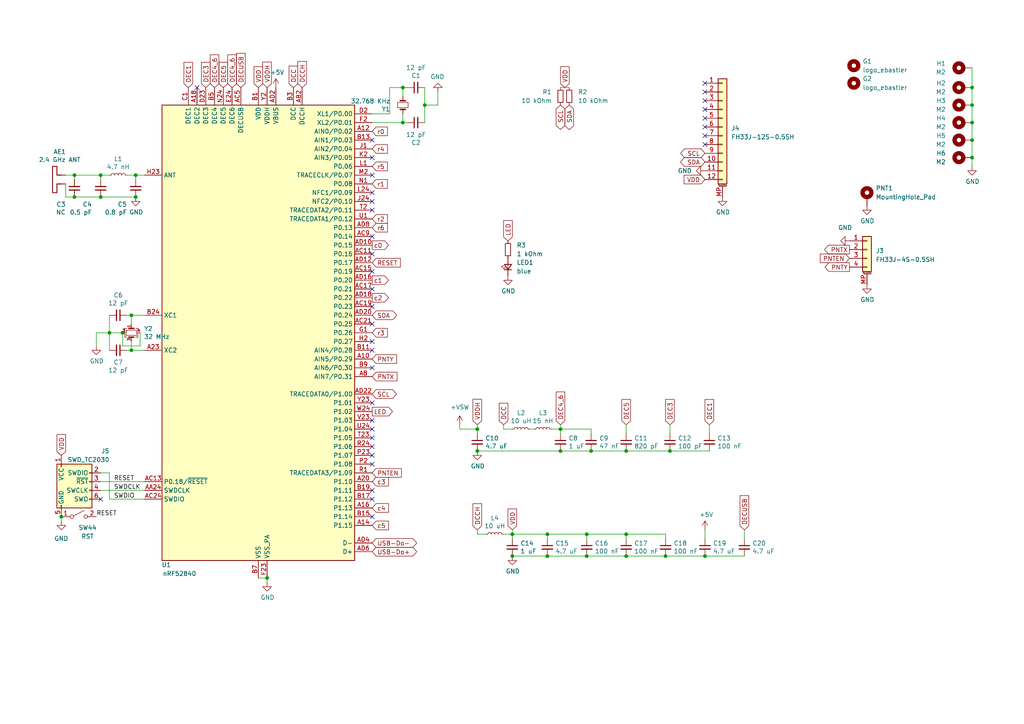
<source format=kicad_sch>
(kicad_sch (version 20211123) (generator eeschema)
  (paper "A4")
  (lib_symbols
    (symbol "Connector_Generic_MountingPin:Conn_01x04_MountingPin" (pin_names (offset 1.016) hide)
      (property "Reference" "J" (at 0 5.08 0))
      (property "Value" "Conn_01x04_MountingPin" (at 1.27 -7.62 0))
      (symbol "Conn_01x04_MountingPin_1_1"
        (rectangle (start -1.27 -4.953) (end 0 -5.207) (stroke (width 0.1524)))
        (rectangle (start -1.27 -2.413) (end 0 -2.667) (stroke (width 0.1524)))
        (rectangle (start -1.27 0.127) (end 0 -0.127) (stroke (width 0.1524)))
        (rectangle (start -1.27 2.667) (end 0 2.413) (stroke (width 0.1524)))
        (rectangle (start -1.27 3.81) (end 1.27 -6.35) (stroke (width 0.254)) (fill (type background)))
        (polyline (pts (xy -1.016 -7.112) (xy 1.016 -7.112)) (stroke (width 0.1524)))
        (text "Mounting" (at 0 -6.731 0) (effects (font (size 0.381 0.381))))
        (pin passive line (at -5.08 2.54 0) (length 3.81) (name "Pin_1") (number "1"))
        (pin passive line (at -5.08 0 0) (length 3.81) (name "Pin_2") (number "2"))
        (pin passive line (at -5.08 -2.54 0) (length 3.81) (name "Pin_3") (number "3"))
        (pin passive line (at -5.08 -5.08 0) (length 3.81) (name "Pin_4") (number "4"))
        (pin passive line (at 0 -10.16 90) (length 3.048) (name "MountPin") (number "MP"))
      )
    )
    (symbol "Connector_Generic_MountingPin:Conn_01x12_MountingPin" (pin_names (offset 1.016) hide)
      (property "Reference" "J" (at 0 15.24 0))
      (property "Value" "Conn_01x12_MountingPin" (at 1.27 -17.78 0))
      (symbol "Conn_01x12_MountingPin_1_1"
        (rectangle (start -1.27 -15.113) (end 0 -15.367) (stroke (width 0.1524)))
        (rectangle (start -1.27 -12.573) (end 0 -12.827) (stroke (width 0.1524)))
        (rectangle (start -1.27 -10.033) (end 0 -10.287) (stroke (width 0.1524)))
        (rectangle (start -1.27 -7.493) (end 0 -7.747) (stroke (width 0.1524)))
        (rectangle (start -1.27 -4.953) (end 0 -5.207) (stroke (width 0.1524)))
        (rectangle (start -1.27 -2.413) (end 0 -2.667) (stroke (width 0.1524)))
        (rectangle (start -1.27 0.127) (end 0 -0.127) (stroke (width 0.1524)))
        (rectangle (start -1.27 2.667) (end 0 2.413) (stroke (width 0.1524)))
        (rectangle (start -1.27 5.207) (end 0 4.953) (stroke (width 0.1524)))
        (rectangle (start -1.27 7.747) (end 0 7.493) (stroke (width 0.1524)))
        (rectangle (start -1.27 10.287) (end 0 10.033) (stroke (width 0.1524)))
        (rectangle (start -1.27 12.827) (end 0 12.573) (stroke (width 0.1524)))
        (rectangle (start -1.27 13.97) (end 1.27 -16.51) (stroke (width 0.254)) (fill (type background)))
        (polyline (pts (xy -1.016 -17.272) (xy 1.016 -17.272)) (stroke (width 0.1524)))
        (text "Mounting" (at 0 -16.891 0) (effects (font (size 0.381 0.381))))
        (pin passive line (at -5.08 12.7 0) (length 3.81) (name "Pin_1") (number "1"))
        (pin passive line (at -5.08 -10.16 0) (length 3.81) (name "Pin_10") (number "10"))
        (pin passive line (at -5.08 -12.7 0) (length 3.81) (name "Pin_11") (number "11"))
        (pin passive line (at -5.08 -15.24 0) (length 3.81) (name "Pin_12") (number "12"))
        (pin passive line (at -5.08 10.16 0) (length 3.81) (name "Pin_2") (number "2"))
        (pin passive line (at -5.08 7.62 0) (length 3.81) (name "Pin_3") (number "3"))
        (pin passive line (at -5.08 5.08 0) (length 3.81) (name "Pin_4") (number "4"))
        (pin passive line (at -5.08 2.54 0) (length 3.81) (name "Pin_5") (number "5"))
        (pin passive line (at -5.08 0 0) (length 3.81) (name "Pin_6") (number "6"))
        (pin passive line (at -5.08 -2.54 0) (length 3.81) (name "Pin_7") (number "7"))
        (pin passive line (at -5.08 -5.08 0) (length 3.81) (name "Pin_8") (number "8"))
        (pin passive line (at -5.08 -7.62 0) (length 3.81) (name "Pin_9") (number "9"))
        (pin passive line (at 0 -20.32 90) (length 3.048) (name "MountPin") (number "MP"))
      )
    )
    (symbol "Device:Antenna_Dipole" (pin_numbers hide) (pin_names (offset 1.016) hide)
      (property "Reference" "AE" (at 1.27 1.27 0))
      (property "Value" "Antenna_Dipole" (at 1.27 0 0))
      (symbol "Antenna_Dipole_0_1"
        (polyline (pts (xy 2.54 -3.81) (xy 2.54 -2.54) (xy 5.08 -2.54) (xy 5.08 -1.27) (xy -2.54 -1.27) (xy -2.54 -2.54) (xy 0 -2.54) (xy 0 -3.81)) (stroke (width 0.254)))
      )
      (symbol "Antenna_Dipole_1_1"
        (pin input line (at 0 -5.08 90) (length 2.54) (name "~") (number "1"))
        (pin input line (at 2.54 -5.08 90) (length 2.54) (name "~") (number "2"))
      )
    )
    (symbol "Device:C_Small" (pin_numbers hide) (pin_names (offset 0.254) hide)
      (property "Reference" "C" (at 0.254 1.778 0))
      (property "Value" "C_Small" (at 0.254 -2.032 0))
      (symbol "C_Small_0_1"
        (polyline (pts (xy -1.524 -0.508) (xy 1.524 -0.508)) (stroke (width 0.3302)))
        (polyline (pts (xy -1.524 0.508) (xy 1.524 0.508)) (stroke (width 0.3048)))
      )
      (symbol "C_Small_1_1"
        (pin passive line (at 0 2.54 270) (length 2.032) (name "~") (number "1"))
        (pin passive line (at 0 -2.54 90) (length 2.032) (name "~") (number "2"))
      )
    )
    (symbol "Device:Crystal_GND24_Small" (pin_names (offset 1.016) hide)
      (property "Reference" "Y" (at 1.27 4.445 0))
      (property "Value" "Crystal_GND24_Small" (at 1.27 2.54 0))
      (symbol "Crystal_GND24_Small_0_1"
        (rectangle (start -0.762 -1.524) (end 0.762 1.524))
        (polyline (pts (xy -1.27 -0.762) (xy -1.27 0.762)) (stroke (width 0.381)))
        (polyline (pts (xy 1.27 -0.762) (xy 1.27 0.762)) (stroke (width 0.381)))
        (polyline (pts (xy -1.27 -1.27) (xy -1.27 -1.905) (xy 1.27 -1.905) (xy 1.27 -1.27)))
        (polyline (pts (xy -1.27 1.27) (xy -1.27 1.905) (xy 1.27 1.905) (xy 1.27 1.27)))
      )
      (symbol "Crystal_GND24_Small_1_1"
        (pin passive line (at -2.54 0 0) (length 1.27) (name "1") (number "1"))
        (pin passive line (at 0 -2.54 90) (length 0.635) (name "2") (number "2"))
        (pin passive line (at 2.54 0 180) (length 1.27) (name "3") (number "3"))
        (pin passive line (at 0 2.54 270) (length 0.635) (name "4") (number "4"))
      )
    )
    (symbol "Device:Crystal_Small" (pin_numbers hide) (pin_names (offset 1.016) hide)
      (property "Reference" "Y" (at 0 2.54 0))
      (property "Value" "Crystal_Small" (at 0 -2.54 0))
      (symbol "Crystal_Small_0_1"
        (rectangle (start -0.762 -1.524) (end 0.762 1.524))
        (polyline (pts (xy -1.27 -0.762) (xy -1.27 0.762)) (stroke (width 0.381)))
        (polyline (pts (xy 1.27 -0.762) (xy 1.27 0.762)) (stroke (width 0.381)))
      )
      (symbol "Crystal_Small_1_1"
        (pin passive line (at -2.54 0 0) (length 1.27) (name "1") (number "1"))
        (pin passive line (at 2.54 0 180) (length 1.27) (name "2") (number "2"))
      )
    )
    (symbol "Device:LED_Small" (pin_numbers hide) (pin_names (offset 0.254) hide)
      (property "Reference" "D" (at -1.27 3.175 0))
      (property "Value" "LED_Small" (at -4.445 -2.54 0))
      (symbol "LED_Small_0_1"
        (polyline (pts (xy -0.762 -1.016) (xy -0.762 1.016)) (stroke (width 0.254)))
        (polyline (pts (xy 1.016 0) (xy -0.762 0)))
        (polyline (pts (xy 0.762 -1.016) (xy -0.762 0) (xy 0.762 1.016) (xy 0.762 -1.016)) (stroke (width 0.254)))
        (polyline (pts (xy 0 0.762) (xy -0.508 1.27) (xy -0.254 1.27) (xy -0.508 1.27) (xy -0.508 1.016)))
        (polyline (pts (xy 0.508 1.27) (xy 0 1.778) (xy 0.254 1.778) (xy 0 1.778) (xy 0 1.524)))
      )
      (symbol "LED_Small_1_1"
        (pin passive line (at -2.54 0 0) (length 1.778) (name "K") (number "1"))
        (pin passive line (at 2.54 0 180) (length 1.778) (name "A") (number "2"))
      )
    )
    (symbol "Device:L_Small" (pin_numbers hide) (pin_names (offset 0.254) hide)
      (property "Reference" "L" (at 0.762 1.016 0))
      (property "Value" "L_Small" (at 0.762 -1.016 0))
      (symbol "L_Small_0_1"
        (arc (start 0 -2.032) (mid 0.508 -1.524) (end 0 -1.016))
        (arc (start 0 -1.016) (mid 0.508 -0.508) (end 0 0))
        (arc (start 0 0) (mid 0.508 0.508) (end 0 1.016))
        (arc (start 0 1.016) (mid 0.508 1.524) (end 0 2.032))
      )
      (symbol "L_Small_1_1"
        (pin passive line (at 0 2.54 270) (length 0.508) (name "~") (number "1"))
        (pin passive line (at 0 -2.54 90) (length 0.508) (name "~") (number "2"))
      )
    )
    (symbol "Device:R_Small" (pin_numbers hide) (pin_names (offset 0.254) hide)
      (property "Reference" "R" (at 0.762 0.508 0))
      (property "Value" "R_Small" (at 0.762 -1.016 0))
      (symbol "R_Small_0_1"
        (rectangle (start -0.762 1.778) (end 0.762 -1.778) (stroke (width 0.2032)))
      )
      (symbol "R_Small_1_1"
        (pin passive line (at 0 2.54 270) (length 0.762) (name "~") (number "1"))
        (pin passive line (at 0 -2.54 90) (length 0.762) (name "~") (number "2"))
      )
    )
    (symbol "MCU_Nordic:nRF52840"
      (property "Reference" "U" (at 0 5.08 0))
      (property "Value" "nRF52840" (at 0 2.54 0))
      (symbol "nRF52840_0_1"
        (rectangle (start -27.94 66.04) (end 27.94 -66.04) (stroke (width 0.254)) (fill (type background)))
      )
      (symbol "nRF52840_1_1"
        (pin bidirectional line (at 33.02 -7.62 180) (length 5.08) (name "AIN5/P0.29") (number "A10"))
        (pin bidirectional line (at 33.02 58.42 180) (length 5.08) (name "AIN0/P0.02") (number "A12"))
        (pin bidirectional line (at 33.02 -55.88 180) (length 5.08) (name "P1.15") (number "A14"))
        (pin bidirectional line (at 33.02 -50.8 180) (length 5.08) (name "P1.13") (number "A16"))
        (pin passive line (at -17.78 71.12 270) (length 5.08) (name "DEC2") (number "A18"))
        (pin bidirectional line (at 33.02 -43.18 180) (length 5.08) (name "P1.10") (number "A20"))
        (pin passive line (at 0 71.12 270) (length 5.08) hide (name "VDD") (number "A22"))
        (pin input line (at -33.02 -5.08 0) (length 5.08) (name "XC2") (number "A23"))
        (pin bidirectional line (at 33.02 -12.7 180) (length 5.08) (name "AIN7/P0.31") (number "A8"))
        (pin input line (at -33.02 -45.72 0) (length 5.08) (name "SWDCLK") (number "AA24"))
        (pin power_out line (at 12.7 71.12 270) (length 5.08) (name "DCCH") (number "AB2"))
        (pin bidirectional line (at 33.02 22.86 180) (length 5.08) (name "P0.16") (number "AC11"))
        (pin bidirectional line (at -33.02 -43.18 0) (length 5.08) (name "P0.18/~{RESET}") (number "AC13"))
        (pin bidirectional line (at 33.02 17.78 180) (length 5.08) (name "P0.19") (number "AC15"))
        (pin bidirectional line (at 33.02 12.7 180) (length 5.08) (name "P0.21") (number "AC17"))
        (pin bidirectional line (at 33.02 7.62 180) (length 5.08) (name "P0.23") (number "AC19"))
        (pin bidirectional line (at 33.02 2.54 180) (length 5.08) (name "P0.25") (number "AC21"))
        (pin bidirectional line (at -33.02 -48.26 0) (length 5.08) (name "SWDIO") (number "AC24"))
        (pin passive line (at -5.08 71.12 270) (length 5.08) (name "DECUSB") (number "AC5"))
        (pin bidirectional line (at 33.02 27.94 180) (length 5.08) (name "P0.14") (number "AC9"))
        (pin bidirectional line (at 33.02 25.4 180) (length 5.08) (name "P0.15") (number "AD10"))
        (pin bidirectional line (at 33.02 20.32 180) (length 5.08) (name "P0.17") (number "AD12"))
        (pin passive line (at 0 71.12 270) (length 5.08) hide (name "VDD") (number "AD14"))
        (pin bidirectional line (at 33.02 15.24 180) (length 5.08) (name "P0.20") (number "AD16"))
        (pin bidirectional line (at 33.02 10.16 180) (length 5.08) (name "P0.22") (number "AD18"))
        (pin power_in line (at 5.08 71.12 270) (length 5.08) (name "VBUS") (number "AD2"))
        (pin bidirectional line (at 33.02 5.08 180) (length 5.08) (name "P0.24") (number "AD20"))
        (pin bidirectional line (at 33.02 -17.78 180) (length 5.08) (name "TRACEDATA0/P1.00") (number "AD22"))
        (pin passive line (at 0 71.12 270) (length 5.08) hide (name "VDD") (number "AD23"))
        (pin bidirectional line (at 33.02 -60.96 180) (length 5.08) (name "D-") (number "AD4"))
        (pin bidirectional line (at 33.02 -63.5 180) (length 5.08) (name "D+") (number "AD6"))
        (pin bidirectional line (at 33.02 30.48 180) (length 5.08) (name "P0.13") (number "AD8"))
        (pin power_in line (at 0 71.12 270) (length 5.08) (name "VDD") (number "B1"))
        (pin bidirectional line (at 33.02 -5.08 180) (length 5.08) (name "AIN4/P0.28") (number "B11"))
        (pin bidirectional line (at 33.02 55.88 180) (length 5.08) (name "AIN1/P0.03") (number "B13"))
        (pin bidirectional line (at 33.02 -53.34 180) (length 5.08) (name "P1.14") (number "B15"))
        (pin bidirectional line (at 33.02 -48.26 180) (length 5.08) (name "P1.12") (number "B17"))
        (pin bidirectional line (at 33.02 -45.72 180) (length 5.08) (name "P1.11") (number "B19"))
        (pin input line (at -33.02 5.08 0) (length 5.08) (name "XC1") (number "B24"))
        (pin power_out line (at 10.16 71.12 270) (length 5.08) (name "DCC") (number "B3"))
        (pin passive line (at -12.7 71.12 270) (length 5.08) (name "DEC4") (number "B5"))
        (pin power_in line (at 0 -71.12 90) (length 5.08) (name "VSS") (number "B7"))
        (pin bidirectional line (at 33.02 -10.16 180) (length 5.08) (name "AIN6/P0.30") (number "B9"))
        (pin passive line (at -20.32 71.12 270) (length 5.08) (name "DEC1") (number "C1"))
        (pin bidirectional line (at 33.02 63.5 180) (length 5.08) (name "XL1/P0.00") (number "D2"))
        (pin passive line (at -15.24 71.12 270) (length 5.08) (name "DEC3") (number "D23"))
        (pin passive line (at -7.62 71.12 270) (length 5.08) (name "DEC6") (number "E24"))
        (pin passive line (at 0 -71.12 90) (length 5.08) hide (name "VSS") (number "EP"))
        (pin bidirectional line (at 33.02 60.96 180) (length 5.08) (name "XL2/P0.01") (number "F2"))
        (pin power_in line (at 2.54 -71.12 90) (length 5.08) (name "VSS_PA") (number "F23"))
        (pin bidirectional line (at 33.02 0 180) (length 5.08) (name "P0.26") (number "G1"))
        (pin bidirectional line (at 33.02 -2.54 180) (length 5.08) (name "P0.27") (number "H2"))
        (pin passive line (at -33.02 45.72 0) (length 5.08) (name "ANT") (number "H23"))
        (pin bidirectional line (at 33.02 53.34 180) (length 5.08) (name "AIN2/P0.04") (number "J1"))
        (pin bidirectional line (at 33.02 38.1 180) (length 5.08) (name "NFC2/P0.10") (number "J24"))
        (pin bidirectional line (at 33.02 50.8 180) (length 5.08) (name "AIN3/P0.05") (number "K2"))
        (pin bidirectional line (at 33.02 48.26 180) (length 5.08) (name "P0.06") (number "L1"))
        (pin bidirectional line (at 33.02 40.64 180) (length 5.08) (name "NFC1/P0.09") (number "L24"))
        (pin bidirectional line (at 33.02 45.72 180) (length 5.08) (name "TRACECLK/P0.07") (number "M2"))
        (pin bidirectional line (at 33.02 43.18 180) (length 5.08) (name "P0.08") (number "N1"))
        (pin passive line (at -10.16 71.12 270) (length 5.08) (name "DEC5") (number "N24"))
        (pin bidirectional line (at 33.02 -38.1 180) (length 5.08) (name "P1.08") (number "P2"))
        (pin bidirectional line (at 33.02 -35.56 180) (length 5.08) (name "P1.07") (number "P23"))
        (pin bidirectional line (at 33.02 -40.64 180) (length 5.08) (name "TRACEDATA3/P1.09") (number "R1"))
        (pin bidirectional line (at 33.02 -33.02 180) (length 5.08) (name "P1.06") (number "R24"))
        (pin bidirectional line (at 33.02 35.56 180) (length 5.08) (name "TRACEDATA2/P0.11") (number "T2"))
        (pin bidirectional line (at 33.02 -30.48 180) (length 5.08) (name "P1.05") (number "T23"))
        (pin bidirectional line (at 33.02 33.02 180) (length 5.08) (name "TRACEDATA1/P0.12") (number "U1"))
        (pin bidirectional line (at 33.02 -27.94 180) (length 5.08) (name "P1.04") (number "U24"))
        (pin bidirectional line (at 33.02 -25.4 180) (length 5.08) (name "P1.03") (number "V23"))
        (pin passive line (at 0 71.12 270) (length 5.08) hide (name "VDD") (number "W1"))
        (pin bidirectional line (at 33.02 -22.86 180) (length 5.08) (name "P1.02") (number "W24"))
        (pin power_in line (at 2.54 71.12 270) (length 5.08) (name "VDDH") (number "Y2"))
        (pin bidirectional line (at 33.02 -20.32 180) (length 5.08) (name "P1.01") (number "Y23"))
      )
    )
    (symbol "Mechanical:MountingHole" (pin_names (offset 1.016))
      (property "Reference" "H" (at 0 5.08 0))
      (property "Value" "MountingHole" (at 0 3.175 0))
      (symbol "MountingHole_0_1"
        (circle (center 0 0) (radius 1.27) (stroke (width 1.27)))
      )
    )
    (symbol "Mechanical:MountingHole_Pad" (pin_numbers hide) (pin_names (offset 1.016) hide)
      (property "Reference" "H" (at 0 6.35 0))
      (property "Value" "MountingHole_Pad" (at 0 4.445 0))
      (symbol "MountingHole_Pad_0_1"
        (circle (center 0 1.27) (radius 1.27) (stroke (width 1.27)))
      )
      (symbol "MountingHole_Pad_1_1"
        (pin input line (at 0 -2.54 90) (length 2.54) (name "1") (number "1"))
      )
    )
    (symbol "MountingHole_Pad_1" (pin_numbers hide) (pin_names (offset 1.016) hide)
      (property "Reference" "PNT1" (at 2.54 2.5401 0))
      (property "Value" "MountingHole_Pad_1" (at 2.54 0.0001 0))
      (symbol "MountingHole_Pad_1_0_1"
        (circle (center 0 1.27) (radius 1.27) (stroke (width 1.27)))
      )
      (symbol "MountingHole_Pad_1_1_1"
        (pin input line (at 0 -2.54 90) (length 2.54) (name "MP") (number "MP"))
      )
    )
    (symbol "Switch:SW_SPST" (pin_names (offset 0) hide)
      (property "Reference" "SW" (at 0 3.175 0))
      (property "Value" "SW_SPST" (at 0 -2.54 0))
      (symbol "SW_SPST_0_0"
        (circle (center -2.032 0) (radius 0.508))
        (polyline (pts (xy -1.524 0.254) (xy 1.524 1.778)))
        (circle (center 2.032 0) (radius 0.508))
      )
      (symbol "SW_SPST_1_1"
        (pin passive line (at -5.08 0 0) (length 2.54) (name "A") (number "1"))
        (pin passive line (at 5.08 0 180) (length 2.54) (name "B") (number "2"))
      )
    )
    (symbol "marbastlib-various:JTAG_TC2030" (pin_names (offset 1.016))
      (property "Reference" "J" (at -3.81 -6.35 0))
      (property "Value" "JTAG_TC2030" (at -10.16 8.89 0))
      (symbol "JTAG_TC2030_0_1"
        (rectangle (start -3.81 7.62) (end 6.35 -5.08) (stroke (width 0.254)) (fill (type background)))
        (rectangle (start -3.048 -2.667) (end -3.81 -2.413))
        (rectangle (start -3.048 -0.127) (end -3.81 0.127))
        (rectangle (start -3.048 2.413) (end -3.81 2.667))
        (rectangle (start -3.048 4.953) (end -3.81 5.207))
        (rectangle (start 4.953 -5.08) (end 5.207 -4.318))
        (rectangle (start 4.953 6.858) (end 5.207 7.62))
      )
      (symbol "JTAG_TC2030_1_1"
        (pin passive line (at 5.08 10.16 270) (length 2.54) (name "VCC") (number "1"))
        (pin passive line (at -6.35 5.08 0) (length 2.54) (name "SWDIO") (number "2"))
        (pin passive line (at -6.35 2.54 0) (length 2.54) (name "~{RST}") (number "3"))
        (pin passive line (at -6.35 0 0) (length 2.54) (name "SWCLK") (number "4"))
        (pin passive line (at 5.08 -7.62 90) (length 2.54) (name "GND") (number "5"))
        (pin passive line (at -6.35 -2.54 0) (length 2.54) (name "SWO") (number "6"))
      )
    )
    (symbol "power:+5V" (power) (pin_names (offset 0))
      (property "Value" "+5V" (at 0 3.556 0))
      (symbol "+5V_0_1"
        (polyline (pts (xy -0.762 1.27) (xy 0 2.54)))
        (polyline (pts (xy 0 0) (xy 0 2.54)))
        (polyline (pts (xy 0 2.54) (xy 0.762 1.27)))
      )
      (symbol "+5V_1_1"
        (pin power_in line (at 0 0 90) (length 0) hide (name "+5V") (number "1"))
      )
    )
    (symbol "power:+VSW" (power) (pin_names (offset 0))
      (property "Value" "+VSW" (at 0 3.556 0))
      (symbol "+VSW_0_1"
        (polyline (pts (xy -0.762 1.27) (xy 0 2.54)))
        (polyline (pts (xy 0 0) (xy 0 2.54)))
        (polyline (pts (xy 0 2.54) (xy 0.762 1.27)))
      )
      (symbol "+VSW_1_1"
        (pin power_in line (at 0 0 90) (length 0) hide (name "+VSW") (number "1"))
      )
    )
    (symbol "power:GND" (power) (pin_names (offset 0))
      (property "Value" "GND" (at 0 -3.81 0))
      (symbol "GND_0_1"
        (polyline (pts (xy 0 0) (xy 0 -1.27) (xy 1.27 -1.27) (xy 0 -2.54) (xy -1.27 -1.27) (xy 0 -1.27)))
      )
      (symbol "GND_1_1"
        (pin power_in line (at 0 0 270) (length 0) hide (name "GND") (number "1"))
      )
    )
  )
  (junction (at 35.56 96.52) (diameter 0.9144))
  (junction (at 281.94 30.48))
  (junction (at 29.21 57.15) (diameter 0.9144))
  (junction (at 162.56 130.81) (diameter 0.9144))
  (junction (at 77.47 167.64) (diameter 0.9144))
  (junction (at 193.04 161.29) (diameter 0.9144))
  (junction (at 170.18 161.29) (diameter 0.9144))
  (junction (at 158.75 154.94) (diameter 0.9144))
  (junction (at 281.94 40.64))
  (junction (at 21.59 57.15))
  (junction (at 31.75 96.52) (diameter 0.9144))
  (junction (at 39.37 57.15) (diameter 0.9144))
  (junction (at 39.37 50.8) (diameter 0.9144))
  (junction (at 158.75 161.29) (diameter 0.9144))
  (junction (at 17.78 149.86))
  (junction (at 181.61 154.94) (diameter 0.9144))
  (junction (at 138.43 124.46) (diameter 0.9144))
  (junction (at 123.19 30.48) (diameter 0.9144))
  (junction (at 204.47 161.29) (diameter 0.9144))
  (junction (at 281.94 25.4))
  (junction (at 148.59 161.29) (diameter 0.9144))
  (junction (at 170.18 154.94) (diameter 0.9144))
  (junction (at 29.21 50.8) (diameter 0.9144))
  (junction (at 116.84 25.4) (diameter 0.9144))
  (junction (at 194.31 130.81) (diameter 0.9144))
  (junction (at 181.61 130.81) (diameter 0.9144))
  (junction (at 38.1 91.44) (diameter 0.9144))
  (junction (at 162.56 124.46) (diameter 0.9144))
  (junction (at 38.1 101.6) (diameter 0.9144))
  (junction (at 281.94 45.72))
  (junction (at 21.59 50.8))
  (junction (at 171.45 130.81) (diameter 0.9144))
  (junction (at 116.84 35.56) (diameter 0.9144))
  (junction (at 181.61 161.29) (diameter 0.9144))
  (junction (at 281.94 35.56))
  (junction (at 138.43 130.81) (diameter 0.9144))
  (junction (at 148.59 154.94) (diameter 0.9144))
  (no_connect (at 107.95 142.24))
  (no_connect (at 204.47 41.91))
  (no_connect (at 204.47 39.37))
  (no_connect (at 204.47 36.83))
  (no_connect (at 204.47 34.29))
  (no_connect (at 204.47 31.75))
  (no_connect (at 204.47 29.21))
  (no_connect (at 204.47 26.67))
  (no_connect (at 204.47 24.13))
  (no_connect (at 107.95 78.74))
  (no_connect (at 107.95 88.9))
  (no_connect (at 107.95 134.62))
  (no_connect (at 107.95 149.86))
  (no_connect (at 107.95 50.8))
  (no_connect (at 107.95 144.78))
  (no_connect (at 107.95 83.82))
  (no_connect (at 107.95 121.92))
  (no_connect (at 107.95 132.08))
  (no_connect (at 107.95 73.66))
  (no_connect (at 29.21 144.78))
  (no_connect (at 107.95 101.6))
  (no_connect (at 107.95 58.42))
  (no_connect (at 107.95 106.68))
  (no_connect (at 107.95 129.54))
  (no_connect (at 107.95 124.46))
  (no_connect (at 107.95 55.88))
  (no_connect (at 107.95 68.58))
  (no_connect (at 107.95 60.96))
  (no_connect (at 57.15 25.4))
  (no_connect (at 107.95 45.72))
  (no_connect (at 107.95 99.06))
  (no_connect (at 107.95 40.64))
  (no_connect (at 107.95 116.84))
  (no_connect (at 107.95 127))
  (no_connect (at 107.95 93.98))
  (wire (pts (xy 31.75 101.6) (xy 31.75 96.52)))
  (wire (pts (xy 116.84 25.4) (xy 118.11 25.4)))
  (wire (pts (xy 27.94 100.33) (xy 27.94 96.52)))
  (wire (pts (xy 19.05 57.15) (xy 21.59 57.15)))
  (wire (pts (xy 281.94 25.4) (xy 281.94 30.48)))
  (wire (pts (xy 17.78 149.86) (xy 17.78 151.13)))
  (wire (pts (xy 29.21 139.7) (xy 41.91 139.7)))
  (wire (pts (xy 204.47 161.29) (xy 215.9 161.29)))
  (wire (pts (xy 148.59 161.29) (xy 158.75 161.29)))
  (wire (pts (xy 29.21 142.24) (xy 41.91 142.24)))
  (wire (pts (xy 138.43 125.73) (xy 138.43 124.46)))
  (wire (pts (xy 107.95 35.56) (xy 116.84 35.56)))
  (wire (pts (xy 281.94 45.72) (xy 281.94 48.26)))
  (wire (pts (xy 281.94 35.56) (xy 281.94 40.64)))
  (wire (pts (xy 170.18 154.94) (xy 170.18 156.21)))
  (wire (pts (xy 170.18 154.94) (xy 181.61 154.94)))
  (wire (pts (xy 193.04 154.94) (xy 193.04 156.21)))
  (wire (pts (xy 116.84 25.4) (xy 113.03 25.4)))
  (wire (pts (xy 38.1 91.44) (xy 36.83 91.44)))
  (wire (pts (xy 158.75 161.29) (xy 170.18 161.29)))
  (wire (pts (xy 162.56 124.46) (xy 171.45 124.46)))
  (wire (pts (xy 146.05 124.46) (xy 148.59 124.46)))
  (wire (pts (xy 162.56 124.46) (xy 162.56 123.19)))
  (wire (pts (xy 140.97 154.94) (xy 138.43 154.94)))
  (wire (pts (xy 204.47 153.67) (xy 204.47 156.21)))
  (wire (pts (xy 138.43 130.81) (xy 162.56 130.81)))
  (wire (pts (xy 127 30.48) (xy 123.19 30.48)))
  (wire (pts (xy 38.1 91.44) (xy 41.91 91.44)))
  (wire (pts (xy 148.59 154.94) (xy 158.75 154.94)))
  (wire (pts (xy 215.9 153.67) (xy 215.9 156.21)))
  (wire (pts (xy 171.45 130.81) (xy 181.61 130.81)))
  (wire (pts (xy 21.59 57.15) (xy 29.21 57.15)))
  (wire (pts (xy 181.61 154.94) (xy 193.04 154.94)))
  (wire (pts (xy 133.35 124.46) (xy 138.43 124.46)))
  (wire (pts (xy 148.59 154.94) (xy 148.59 156.21)))
  (wire (pts (xy 193.04 161.29) (xy 204.47 161.29)))
  (wire (pts (xy 160.02 124.46) (xy 162.56 124.46)))
  (wire (pts (xy 181.61 161.29) (xy 193.04 161.29)))
  (wire (pts (xy 153.67 124.46) (xy 154.94 124.46)))
  (wire (pts (xy 281.94 40.64) (xy 281.94 45.72)))
  (wire (pts (xy 21.59 50.8) (xy 21.59 52.07)))
  (wire (pts (xy 113.03 33.02) (xy 107.95 33.02)))
  (wire (pts (xy 171.45 124.46) (xy 171.45 125.73)))
  (wire (pts (xy 158.75 156.21) (xy 158.75 154.94)))
  (wire (pts (xy 31.75 137.16) (xy 31.75 144.78)))
  (wire (pts (xy 77.47 168.91) (xy 77.47 167.64)))
  (wire (pts (xy 29.21 137.16) (xy 31.75 137.16)))
  (wire (pts (xy 35.56 96.52) (xy 31.75 96.52)))
  (wire (pts (xy 194.31 130.81) (xy 205.74 130.81)))
  (wire (pts (xy 133.35 123.19) (xy 133.35 124.46)))
  (wire (pts (xy 40.64 96.52) (xy 40.64 100.33)))
  (wire (pts (xy 40.64 100.33) (xy 35.56 100.33)))
  (wire (pts (xy 146.05 123.19) (xy 146.05 124.46)))
  (wire (pts (xy 38.1 93.98) (xy 38.1 91.44)))
  (wire (pts (xy 162.56 25.4) (xy 165.1 25.4)))
  (wire (pts (xy 31.75 96.52) (xy 31.75 91.44)))
  (wire (pts (xy 205.74 123.19) (xy 205.74 125.73)))
  (wire (pts (xy 281.94 30.48) (xy 281.94 35.56)))
  (wire (pts (xy 148.59 154.94) (xy 146.05 154.94)))
  (wire (pts (xy 27.94 96.52) (xy 31.75 96.52)))
  (wire (pts (xy 38.1 99.06) (xy 38.1 101.6)))
  (wire (pts (xy 39.37 50.8) (xy 41.91 50.8)))
  (wire (pts (xy 116.84 35.56) (xy 118.11 35.56)))
  (wire (pts (xy 19.05 53.34) (xy 19.05 57.15)))
  (wire (pts (xy 35.56 100.33) (xy 35.56 96.52)))
  (wire (pts (xy 31.75 144.78) (xy 41.91 144.78)))
  (wire (pts (xy 170.18 161.29) (xy 181.61 161.29)))
  (wire (pts (xy 123.19 25.4) (xy 123.19 30.48)))
  (wire (pts (xy 123.19 30.48) (xy 123.19 35.56)))
  (wire (pts (xy 281.94 19.685) (xy 281.94 25.4)))
  (wire (pts (xy 148.59 153.67) (xy 148.59 154.94)))
  (wire (pts (xy 194.31 123.19) (xy 194.31 125.73)))
  (wire (pts (xy 181.61 125.73) (xy 181.61 123.19)))
  (wire (pts (xy 29.21 57.15) (xy 39.37 57.15)))
  (wire (pts (xy 162.56 124.46) (xy 162.56 125.73)))
  (wire (pts (xy 158.75 154.94) (xy 170.18 154.94)))
  (wire (pts (xy 36.83 50.8) (xy 39.37 50.8)))
  (wire (pts (xy 77.47 167.64) (xy 74.93 167.64)))
  (wire (pts (xy 181.61 130.81) (xy 194.31 130.81)))
  (wire (pts (xy 138.43 124.46) (xy 138.43 123.19)))
  (wire (pts (xy 21.59 50.8) (xy 29.21 50.8)))
  (wire (pts (xy 38.1 101.6) (xy 36.83 101.6)))
  (wire (pts (xy 19.05 50.8) (xy 21.59 50.8)))
  (wire (pts (xy 39.37 50.8) (xy 39.37 52.07)))
  (wire (pts (xy 162.56 130.81) (xy 171.45 130.81)))
  (wire (pts (xy 138.43 153.67) (xy 138.43 154.94)))
  (wire (pts (xy 29.21 50.8) (xy 29.21 52.07)))
  (wire (pts (xy 38.1 101.6) (xy 41.91 101.6)))
  (wire (pts (xy 116.84 33.02) (xy 116.84 35.56)))
  (wire (pts (xy 113.03 25.4) (xy 113.03 33.02)))
  (wire (pts (xy 116.84 27.94) (xy 116.84 25.4)))
  (wire (pts (xy 127 26.67) (xy 127 30.48)))
  (wire (pts (xy 31.75 50.8) (xy 29.21 50.8)))
  (wire (pts (xy 181.61 154.94) (xy 181.61 156.21)))
  (label "RESET" (at 33.02 139.7 0))
  (label "SWDCLK" (at 33.02 142.24 0))
  (label "SWDIO" (at 33.02 144.78 0))
  (label "RESET" (at 27.94 149.86 0))
  (global_label "SCL" (shape bidirectional) (at 162.56 30.48 270) (property "Intersheet References" "${INTERSHEET_REFS}" (effects hide)))
  (global_label "PNTX" (shape input) (at 107.95 109.22 0) (property "Intersheet References" "${INTERSHEET_REFS}" (effects hide)))
  (global_label "DEC1" (shape input) (at 205.74 123.19 90) (property "Intersheet References" "${INTERSHEET_REFS}" (effects hide)))
  (global_label "r1" (shape input) (at 107.95 53.34 0) (property "Intersheet References" "${INTERSHEET_REFS}" (effects hide)))
  (global_label "USB-Do-" (shape bidirectional) (at 107.95 157.48 0) (property "Intersheet References" "${INTERSHEET_REFS}" (effects hide)))
  (global_label "SDA" (shape bidirectional) (at 107.95 91.44 0) (property "Intersheet References" "${INTERSHEET_REFS}" (effects hide)))
  (global_label "VDD" (shape input) (at 74.93 25.4 90) (property "Intersheet References" "${INTERSHEET_REFS}" (effects hide)))
  (global_label "DECUSB" (shape input) (at 69.85 25.4 90) (property "Intersheet References" "${INTERSHEET_REFS}" (effects hide)))
  (global_label "c1" (shape output) (at 107.95 81.28 0) (property "Intersheet References" "${INTERSHEET_REFS}" (effects hide)))
  (global_label "c5" (shape input) (at 107.95 152.4 0) (property "Intersheet References" "${INTERSHEET_REFS}" (effects hide)))
  (global_label "DEC5" (shape input) (at 64.77 25.4 90) (property "Intersheet References" "${INTERSHEET_REFS}" (effects hide)))
  (global_label "VDD" (shape input) (at 204.47 52.07 180) (property "Intersheet References" "${INTERSHEET_REFS}" (effects hide)))
  (global_label "PNTEN" (shape input) (at 246.38 74.93 180) (property "Intersheet References" "${INTERSHEET_REFS}" (effects hide)))
  (global_label "r3" (shape input) (at 107.95 96.52 0) (property "Intersheet References" "${INTERSHEET_REFS}" (effects hide)))
  (global_label "r6" (shape input) (at 107.95 66.04 0) (property "Intersheet References" "${INTERSHEET_REFS}" (effects hide)))
  (global_label "DEC4_6" (shape input) (at 67.31 25.4 90) (property "Intersheet References" "${INTERSHEET_REFS}" (effects hide)))
  (global_label "DECUSB" (shape input) (at 215.9 153.67 90) (property "Intersheet References" "${INTERSHEET_REFS}" (effects hide)))
  (global_label "VDDH" (shape input) (at 138.43 123.19 90) (property "Intersheet References" "${INTERSHEET_REFS}" (effects hide)))
  (global_label "LED" (shape output) (at 107.95 119.38 0) (property "Intersheet References" "${INTERSHEET_REFS}" (effects hide)))
  (global_label "r5" (shape input) (at 107.95 48.26 0) (property "Intersheet References" "${INTERSHEET_REFS}" (effects hide)))
  (global_label "SDA" (shape bidirectional) (at 204.47 46.99 180) (property "Intersheet References" "${INTERSHEET_REFS}" (effects hide)))
  (global_label "VDD" (shape input) (at 163.83 25.4 90) (property "Intersheet References" "${INTERSHEET_REFS}" (effects hide)))
  (global_label "r4" (shape input) (at 107.95 43.18 0) (property "Intersheet References" "${INTERSHEET_REFS}" (effects hide)))
  (global_label "c4" (shape input) (at 107.95 147.32 0) (property "Intersheet References" "${INTERSHEET_REFS}" (effects hide)))
  (global_label "SCL" (shape bidirectional) (at 107.95 114.3 0) (property "Intersheet References" "${INTERSHEET_REFS}" (effects hide)))
  (global_label "DEC3" (shape input) (at 59.69 25.4 90) (property "Intersheet References" "${INTERSHEET_REFS}" (effects hide)))
  (global_label "DCC" (shape input) (at 146.05 123.19 90) (property "Intersheet References" "${INTERSHEET_REFS}" (effects hide)))
  (global_label "DEC1" (shape input) (at 54.61 25.4 90) (property "Intersheet References" "${INTERSHEET_REFS}" (effects hide)))
  (global_label "PNTY" (shape output) (at 246.38 77.47 180) (property "Intersheet References" "${INTERSHEET_REFS}" (effects hide)))
  (global_label "DCCH" (shape input) (at 138.43 153.67 90) (property "Intersheet References" "${INTERSHEET_REFS}" (effects hide)))
  (global_label "DEC3" (shape input) (at 194.31 123.19 90) (property "Intersheet References" "${INTERSHEET_REFS}" (effects hide)))
  (global_label "RESET" (shape input) (at 107.95 76.2 0) (property "Intersheet References" "${INTERSHEET_REFS}" (effects hide)))
  (global_label "PNTEN" (shape input) (at 107.95 137.16 0) (property "Intersheet References" "${INTERSHEET_REFS}" (effects hide)))
  (global_label "DCC" (shape input) (at 85.09 25.4 90) (property "Intersheet References" "${INTERSHEET_REFS}" (effects hide)))
  (global_label "VDD" (shape input) (at 148.59 153.67 90) (property "Intersheet References" "${INTERSHEET_REFS}" (effects hide)))
  (global_label "DEC4_6" (shape input) (at 62.23 25.4 90) (property "Intersheet References" "${INTERSHEET_REFS}" (effects hide)))
  (global_label "PNTY" (shape input) (at 107.95 104.14 0) (property "Intersheet References" "${INTERSHEET_REFS}" (effects hide)))
  (global_label "DEC5" (shape input) (at 181.61 123.19 90) (property "Intersheet References" "${INTERSHEET_REFS}" (effects hide)))
  (global_label "c3" (shape input) (at 107.95 139.7 0) (property "Intersheet References" "${INTERSHEET_REFS}" (effects hide)))
  (global_label "DEC4_6" (shape input) (at 162.56 123.19 90) (property "Intersheet References" "${INTERSHEET_REFS}" (effects hide)))
  (global_label "r2" (shape input) (at 107.95 63.5 0) (property "Intersheet References" "${INTERSHEET_REFS}" (effects hide)))
  (global_label "USB-Do+" (shape bidirectional) (at 107.95 160.02 0) (property "Intersheet References" "${INTERSHEET_REFS}" (effects hide)))
  (global_label "SDA" (shape bidirectional) (at 165.1 30.48 270) (property "Intersheet References" "${INTERSHEET_REFS}" (effects hide)))
  (global_label "r0" (shape input) (at 107.95 38.1 0) (property "Intersheet References" "${INTERSHEET_REFS}" (effects hide)))
  (global_label "VDDH" (shape input) (at 77.47 25.4 90) (property "Intersheet References" "${INTERSHEET_REFS}" (effects hide)))
  (global_label "c2" (shape output) (at 107.95 86.36 0) (property "Intersheet References" "${INTERSHEET_REFS}" (effects hide)))
  (global_label "c0" (shape output) (at 107.95 71.12 0) (property "Intersheet References" "${INTERSHEET_REFS}" (effects hide)))
  (global_label "LED" (shape input) (at 147.32 69.85 90) (property "Intersheet References" "${INTERSHEET_REFS}" (effects hide)))
  (global_label "SCL" (shape bidirectional) (at 204.47 44.45 180) (property "Intersheet References" "${INTERSHEET_REFS}" (effects hide)))
  (global_label "VDD" (shape input) (at 17.78 132.08 90) (property "Intersheet References" "${INTERSHEET_REFS}" (effects hide)))
  (global_label "PNTX" (shape output) (at 246.38 72.39 180) (property "Intersheet References" "${INTERSHEET_REFS}" (effects hide)))
  (global_label "DCCH" (shape input) (at 87.63 25.4 90) (property "Intersheet References" "${INTERSHEET_REFS}" (effects hide)))
  (symbol (lib_id "power:GND") (at 246.38 69.85 270) (unit 1)
    (property "Reference" "#PWR08" (effects hide))
    (property "Value" "GND" (at 245.11 66.04 90))
  )
  (symbol (lib_id "power:+5V") (at 80.01 25.4 0) (unit 1)
    (property "Reference" "#PWR01" (effects hide))
    (property "Value" "+5V" (at 80.391 21.0058 0))
  )
  (symbol (lib_id "Device:C_Small") (at 162.56 128.27 0) (unit 1)
    (property "Reference" "C8" (at 164.8968 127.1016 0) (effects (justify left)))
    (property "Value" "1 uF" (at 164.8968 129.413 0) (effects (justify left)))
    (property "Footprint" "Capacitor_SMD:C_0402_1005Metric" (effects hide))
    (property "Notes" "X7R, 10%" (effects hide))
    (property "LCSC" "C52923" (effects hide))
  )
  (symbol (lib_id "Device:C_Small") (at 215.9 158.75 0) (unit 1)
    (property "Reference" "C20" (at 218.2368 157.5816 0) (effects (justify left)))
    (property "Value" "4.7 uF" (at 218.2368 159.893 0) (effects (justify left)))
    (property "Footprint" "Capacitor_SMD:C_0402_1005Metric" (effects hide))
    (property "Notes" "X7R, 10%" (effects hide))
    (property "LCSC" "C23733" (effects hide))
  )
  (symbol (lib_id "power:GND") (at 204.47 49.53 270) (unit 1)
    (property "Reference" "#PWR04" (effects hide))
    (property "Value" "GND" (at 200.66 49.5299 90) (effects (justify right)))
  )
  (symbol (lib_id "power:GND") (at 138.43 130.81 0) (unit 1)
    (property "Reference" "#PWR013" (effects hide))
    (property "Value" "GND" (at 138.557 135.2042 0))
  )
  (symbol (lib_id "Device:C_Small") (at 148.59 158.75 0) (unit 1)
    (property "Reference" "C14" (at 150.9268 157.5816 0) (effects (justify left)))
    (property "Value" "1 uF" (at 150.9268 159.893 0) (effects (justify left)))
    (property "Footprint" "Capacitor_SMD:C_0402_1005Metric" (effects hide))
    (property "Notes" "X7R, 10%" (effects hide))
    (property "LCSC" "C52923" (effects hide))
  )
  (symbol (lib_id "Device:C_Small") (at 171.45 128.27 0) (unit 1)
    (property "Reference" "C9" (at 173.7868 127.1016 0) (effects (justify left)))
    (property "Value" "47 nF" (at 173.7868 129.413 0) (effects (justify left)))
    (property "Footprint" "Capacitor_SMD:C_0402_1005Metric" (effects hide))
    (property "Notes" "X7R, 10%" (effects hide))
    (property "LCSC" "C26403" (effects hide))
  )
  (symbol (lib_id "Device:C_Small") (at 205.74 128.27 0) (unit 1)
    (property "Reference" "C13" (at 208.0768 127.1016 0) (effects (justify left)))
    (property "Value" "100 nF" (at 208.0768 129.413 0) (effects (justify left)))
    (property "Footprint" "Capacitor_SMD:C_0402_1005Metric" (effects hide))
    (property "Notes" "X7R, 10%" (effects hide))
    (property "LCSC" "C1525" (effects hide))
  )
  (symbol (lib_id "Device:C_Small") (at 170.18 158.75 0) (unit 1)
    (property "Reference" "C16" (at 172.5168 157.5816 0) (effects (justify left)))
    (property "Value" "100 nF" (at 172.5168 159.893 0) (effects (justify left)))
    (property "Footprint" "Capacitor_SMD:C_0402_1005Metric" (effects hide))
    (property "Notes" "X7R, 10%" (effects hide))
    (property "LCSC" "C1525" (effects hide))
  )
  (symbol (lib_id "Switch:SW_SPST") (at 22.86 149.86 0) (unit 1)
    (property "Reference" "SW44" (at 25.4 153.035 0))
    (property "Value" "RST" (at 25.4 155.575 0))
    (property "Footprint" "marbastlib-various:SW_SPST_SKQG_WithStem" (effects hide))
  )
  (symbol (lib_id "Mechanical:MountingHole_Pad") (at 279.4 35.56 90) (unit 1)
    (property "Reference" "H4" (at 274.32 34.2899 90) (effects (justify left)))
    (property "Value" "M2" (at 274.32 36.8299 90) (effects (justify left)))
    (property "Footprint" "MountingHole:MountingHole_2.2mm_M2_DIN965_Pad" (effects hide))
  )
  (symbol (lib_id "power:GND") (at 209.55 57.15 0) (unit 1)
    (property "Reference" "#PWR06" (effects hide))
    (property "Value" "GND" (at 209.677 61.5442 0))
  )
  (symbol (lib_id "Device:C_Small") (at 194.31 128.27 0) (unit 1)
    (property "Reference" "C12" (at 196.6468 127.1016 0) (effects (justify left)))
    (property "Value" "100 pF" (at 196.6468 129.413 0) (effects (justify left)))
    (property "Footprint" "Capacitor_SMD:C_0402_1005Metric" (effects hide))
    (property "Notes" "NP0, 5%" (effects hide))
    (property "LCSC" "C1546" (effects hide))
  )
  (symbol (lib_id "Device:C_Small") (at 34.29 91.44 270) (unit 1)
    (property "Reference" "C6" (at 34.29 85.6234 90))
    (property "Value" "12 pF" (at 34.29 87.9348 90))
    (property "Footprint" "Capacitor_SMD:C_0402_1005Metric" (effects hide))
    (property "Notes" "NP0, 2%" (effects hide))
    (property "LCSC" "C1547" (effects hide))
  )
  (symbol (lib_id "Device:C_Small") (at 39.37 54.61 180) (unit 1)
    (property "Reference" "C5" (at 36.83 59.2836 0) (effects (justify left)))
    (property "Value" "0.8 pF" (at 36.83 61.595 0) (effects (justify left)))
    (property "Footprint" "Capacitor_SMD:C_0402_1005Metric" (effects hide))
    (property "Notes" "NP0, 10%" (effects hide))
    (property "LCSC" "C285068" (effects hide))
  )
  (symbol (lib_id "Device:Crystal_GND24_Small") (at 38.1 96.52 270) (unit 1)
    (property "Reference" "Y2" (at 41.7576 95.3516 90) (effects (justify left)))
    (property "Value" "32 MHz" (at 41.7576 97.663 90) (effects (justify left)))
    (property "Footprint" "Crystal:Crystal_SMD_2016-4Pin_2.0x1.6mm" (effects hide))
    (property "Datasheet" "https://datasheet.lcsc.com/szlcsc/Seiko-Epson-Q22FA12800025_C187794.pdf" (effects hide))
    (property "LCSC" "C187794" (effects hide))
  )
  (symbol (lib_id "Device:C_Small") (at 181.61 128.27 0) (unit 1)
    (property "Reference" "C11" (at 183.9468 127.1016 0) (effects (justify left)))
    (property "Value" "820 pF" (at 183.9468 129.413 0) (effects (justify left)))
    (property "Footprint" "Capacitor_SMD:C_0402_1005Metric" (effects hide))
    (property "Notes" "NP0, 5%" (effects hide))
    (property "LCSC" "C161159" (effects hide))
  )
  (symbol (lib_id "power:GND") (at 127 26.67 180) (unit 1)
    (property "Reference" "#PWR02" (effects hide))
    (property "Value" "GND" (at 126.873 22.2758 0))
  )
  (symbol (lib_id "Device:C_Small") (at 181.61 158.75 0) (unit 1)
    (property "Reference" "C17" (at 183.9468 157.5816 0) (effects (justify left)))
    (property "Value" "100 nF" (at 183.9468 159.893 0) (effects (justify left)))
    (property "Footprint" "Capacitor_SMD:C_0402_1005Metric" (effects hide))
    (property "Notes" "X7R, 10%" (effects hide))
    (property "LCSC" "C1525" (effects hide))
  )
  (symbol (lib_id "power:GND") (at 27.94 100.33 0) (unit 1)
    (property "Reference" "#PWR011" (effects hide))
    (property "Value" "GND" (at 28.067 104.7242 0))
  )
  (symbol (lib_id "Device:L_Small") (at 143.51 154.94 90) (unit 1)
    (property "Reference" "L4" (at 143.51 150.241 90))
    (property "Value" "10 uH" (at 143.51 152.5524 90))
    (property "Footprint" "Inductor_SMD:L_0603_1608Metric" (effects hide))
    (property "Notes" "80 mA, 20%" (effects hide))
    (property "LCSC" "C252081" (effects hide))
  )
  (symbol (lib_id "power:GND") (at 147.32 80.01 0) (unit 1)
    (property "Reference" "#PWR09" (effects hide))
    (property "Value" "GND" (at 147.447 84.4042 0))
  )
  (symbol (lib_id "Device:C_Small") (at 29.21 54.61 180) (unit 1)
    (property "Reference" "C4" (at 26.67 59.2836 0) (effects (justify left)))
    (property "Value" "0.5 pF" (at 26.67 61.595 0) (effects (justify left)))
    (property "Footprint" "Capacitor_SMD:C_0402_1005Metric" (effects hide))
    (property "Notes" "NP0, 10%" (effects hide))
    (property "LCSC" "C77179" (effects hide))
  )
  (symbol (lib_id "Mechanical:MountingHole_Pad") (at 279.4 40.64 90) (unit 1)
    (property "Reference" "H5" (at 274.32 39.3699 90) (effects (justify left)))
    (property "Value" "M2" (at 274.32 41.9099 90) (effects (justify left)))
    (property "Footprint" "MountingHole:MountingHole_2.2mm_M2_DIN965_Pad" (effects hide))
  )
  (symbol (lib_id "Device:C_Small") (at 34.29 101.6 270) (unit 1)
    (property "Reference" "C7" (at 34.29 105.0798 90))
    (property "Value" "12 pF" (at 34.29 107.3912 90))
    (property "Footprint" "Capacitor_SMD:C_0402_1005Metric" (effects hide))
    (property "Notes" "NP0, 2%" (effects hide))
    (property "LCSC" "C1547" (effects hide))
  )
  (symbol (lib_id "power:+5V") (at 204.47 153.67 0) (unit 1)
    (property "Reference" "#PWR015" (effects hide))
    (property "Value" "+5V" (at 204.851 149.2758 0))
  )
  (symbol (lib_id "Device:R_Small") (at 162.56 27.94 0) (unit 1)
    (property "Reference" "R1" (at 160.02 26.6699 0) (effects (justify right)))
    (property "Value" "10 kOhm" (at 160.02 29.2099 0) (effects (justify right)))
    (property "Footprint" "Resistor_SMD:R_0402_1005Metric" (effects hide))
    (property "LCSC" "C25744" (effects hide))
  )
  (symbol (lib_id "power:GND") (at 281.94 48.26 0) (unit 1)
    (property "Reference" "#PWR03" (effects hide))
    (property "Value" "GND" (at 282.067 52.6542 0))
  )
  (symbol (lib_id "power:GND") (at 39.37 57.15 0) (unit 1)
    (property "Reference" "#PWR05" (effects hide))
    (property "Value" "GND" (at 39.497 61.5442 0))
  )
  (symbol (lib_id "Device:L_Small") (at 151.13 124.46 90) (unit 1)
    (property "Reference" "L2" (at 151.13 119.761 90))
    (property "Value" "10 uH" (at 151.13 122.0724 90))
    (property "Footprint" "Inductor_SMD:L_0603_1608Metric" (effects hide))
    (property "Notes" "50 mA, 20%" (effects hide))
    (property "LCSC" "C252081" (effects hide))
  )
  (symbol (lib_name "MountingHole_Pad_1") (lib_id "Mechanical:MountingHole_Pad") (at 251.46 57.15 0) (unit 1)
    (property "Reference" "PNT1" (at 254 54.6099 0) (effects (justify left)))
    (property "Value" "MountingHole_Pad" (at 254 57.1499 0) (effects (justify left)))
    (property "Footprint" "marbastlib-various:PNT_RKJXU1210006" (effects hide))
  )
  (symbol (lib_id "Connector_Generic_MountingPin:Conn_01x12_MountingPin") (at 209.55 36.83 0) (unit 1)
    (property "Reference" "J4" (at 212.09 37.1855 0) (effects (justify left)))
    (property "Value" "FH33J-12S-0.5SH" (at 212.09 39.7255 0) (effects (justify left)))
    (property "Footprint" "marbastlib-various:CON_FH33J-12S-0.5SH" (effects hide))
  )
  (symbol (lib_id "Device:C_Small") (at 204.47 158.75 0) (unit 1)
    (property "Reference" "C19" (at 206.8068 157.5816 0) (effects (justify left)))
    (property "Value" "4.7 uF" (at 206.8068 159.893 0) (effects (justify left)))
    (property "Footprint" "Capacitor_SMD:C_0402_1005Metric" (effects hide))
    (property "Notes" "X7R, 10%" (effects hide))
    (property "LCSC" "C23733" (effects hide))
  )
  (symbol (lib_id "Mechanical:MountingHole_Pad") (at 279.4 30.48 90) (unit 1)
    (property "Reference" "H3" (at 274.32 29.2099 90) (effects (justify left)))
    (property "Value" "M2" (at 274.32 31.7499 90) (effects (justify left)))
    (property "Footprint" "MountingHole:MountingHole_2.2mm_M2_DIN965_Pad" (effects hide))
  )
  (symbol (lib_id "Device:R_Small") (at 165.1 27.94 0) (unit 1)
    (property "Reference" "R2" (at 167.64 26.6699 0) (effects (justify left)))
    (property "Value" "10 kOhm" (at 167.64 29.2099 0) (effects (justify left)))
    (property "Footprint" "Resistor_SMD:R_0402_1005Metric" (effects hide))
    (property "LCSC" "C25744" (effects hide))
  )
  (symbol (lib_id "Device:R_Small") (at 147.32 72.39 0) (unit 1)
    (property "Reference" "R3" (at 149.86 71.1199 0) (effects (justify left)))
    (property "Value" "1 kOhm" (at 149.86 73.6599 0) (effects (justify left)))
    (property "Footprint" "Resistor_SMD:R_0402_1005Metric" (effects hide))
    (property "LCSC" "C25890" (effects hide))
  )
  (symbol (lib_id "power:GND") (at 148.59 161.29 0) (unit 1)
    (property "Reference" "#PWR016" (effects hide))
    (property "Value" "GND" (at 148.717 165.6842 0))
  )
  (symbol (lib_id "Device:L_Small") (at 34.29 50.8 90) (unit 1)
    (property "Reference" "L1" (at 34.29 46.101 90))
    (property "Value" "4.7 nH" (at 34.29 48.4124 90))
    (property "Footprint" "Inductor_SMD:L_0402_1005Metric" (effects hide))
    (property "Notes" "5%" (effects hide))
    (property "LCSC" "C251965" (effects hide))
  )
  (symbol (lib_id "Mechanical:MountingHole_Pad") (at 279.4 45.72 90) (unit 1)
    (property "Reference" "H6" (at 274.32 44.4499 90) (effects (justify left)))
    (property "Value" "M2" (at 274.32 46.9899 90) (effects (justify left)))
    (property "Footprint" "MountingHole:MountingHole_2.2mm_M2_DIN965_Pad" (effects hide))
  )
  (symbol (lib_id "Mechanical:MountingHole_Pad") (at 279.4 25.4 90) (unit 1)
    (property "Reference" "H2" (at 274.32 24.1299 90) (effects (justify left)))
    (property "Value" "M2" (at 274.32 26.6699 90) (effects (justify left)))
    (property "Footprint" "MountingHole:MountingHole_2.2mm_M2_DIN965_Pad" (effects hide))
  )
  (symbol (lib_id "Mechanical:MountingHole") (at 247.65 24.13 0) (unit 1)
    (property "Reference" "G2" (at 250.19 22.8599 0) (effects (justify left)))
    (property "Value" "logo_ebastler" (at 250.19 25.3999 0) (effects (justify left)))
    (property "Footprint" "logo-branding:logo_mask_6" (effects hide))
  )
  (symbol (lib_id "Device:LED_Small") (at 147.32 77.47 90) (unit 1)
    (property "Reference" "LED1" (at 149.86 76.1364 90) (effects (justify right)))
    (property "Value" "blue" (at 149.86 78.6764 90) (effects (justify right)))
    (property "Footprint" "LED_SMD:LED_0402_1005Metric" (effects hide))
    (property "LCSC" "C72038" (effects hide))
  )
  (symbol (lib_id "Device:C_Small") (at 120.65 35.56 90) (unit 1)
    (property "Reference" "C2" (at 120.65 41.3766 90))
    (property "Value" "12 pF" (at 120.65 39.0652 90))
    (property "Footprint" "Capacitor_SMD:C_0402_1005Metric" (effects hide))
    (property "Notes" "NP0, 2%" (effects hide))
    (property "LCSC" "C1547" (effects hide))
  )
  (symbol (lib_id "Mechanical:MountingHole_Pad") (at 279.4 19.685 90) (unit 1)
    (property "Reference" "H1" (at 274.32 18.4149 90) (effects (justify left)))
    (property "Value" "M2" (at 274.32 20.9549 90) (effects (justify left)))
    (property "Footprint" "MountingHole:MountingHole_2.2mm_M2_DIN965_Pad" (effects hide))
  )
  (symbol (lib_id "Device:C_Small") (at 138.43 128.27 0) (unit 1)
    (property "Reference" "C10" (at 140.7668 127.1016 0) (effects (justify left)))
    (property "Value" "4.7 uF" (at 140.7668 129.413 0) (effects (justify left)))
    (property "Footprint" "Capacitor_SMD:C_0402_1005Metric" (effects hide))
    (property "Notes" "X7R, 10%" (effects hide))
    (property "LCSC" "C23733" (effects hide))
  )
  (symbol (lib_id "Device:C_Small") (at 21.59 54.61 180) (unit 1) (in_bom no)
    (property "Reference" "C3" (at 19.05 59.2836 0) (effects (justify left)))
    (property "Value" "NC" (at 19.05 61.595 0) (effects (justify left)))
    (property "Footprint" "Capacitor_SMD:C_0402_1005Metric" (effects hide))
    (property "LCSC" "C77179" (effects hide))
  )
  (symbol (lib_id "power:+VSW") (at 133.35 123.19 0) (unit 1)
    (property "Reference" "#PWR012" (effects hide))
    (property "Value" "+VSW" (at 133.35 118.11 0))
  )
  (symbol (lib_id "Device:L_Small") (at 157.48 124.46 90) (unit 1)
    (property "Reference" "L3" (at 157.48 119.761 90))
    (property "Value" "15 nH" (at 157.48 122.0724 90))
    (property "Footprint" "Inductor_SMD:L_0402_1005Metric" (effects hide))
    (property "Notes" "10%" (effects hide))
    (property "LCSC" "C329619" (effects hide))
  )
  (symbol (lib_id "power:GND") (at 251.46 82.55 0) (unit 1)
    (property "Reference" "#PWR010" (effects hide))
    (property "Value" "GND" (at 251.587 86.9442 0))
  )
  (symbol (lib_id "Mechanical:MountingHole") (at 247.65 19.05 0) (unit 1)
    (property "Reference" "G1" (at 250.19 17.7799 0) (effects (justify left)))
    (property "Value" "logo_ebastler" (at 250.19 20.3199 0) (effects (justify left)))
    (property "Footprint" "logo-branding:logo_mask_6" (effects hide))
  )
  (symbol (lib_id "power:GND") (at 17.78 151.13 0) (unit 1)
    (property "Reference" "#PWR014" (effects hide))
    (property "Value" "GND" (at 17.78 156.21 0))
  )
  (symbol (lib_id "Device:C_Small") (at 158.75 158.75 0) (unit 1)
    (property "Reference" "C15" (at 161.0868 157.5816 0) (effects (justify left)))
    (property "Value" "4.7 uF" (at 161.0868 159.893 0) (effects (justify left)))
    (property "Footprint" "Capacitor_SMD:C_0402_1005Metric" (effects hide))
    (property "Notes" "X7R, 10%" (effects hide))
    (property "LCSC" "C23733" (effects hide))
  )
  (symbol (lib_id "Device:C_Small") (at 120.65 25.4 90) (unit 1)
    (property "Reference" "C1" (at 120.65 21.9202 90))
    (property "Value" "12 pF" (at 120.65 19.6088 90))
    (property "Footprint" "Capacitor_SMD:C_0402_1005Metric" (effects hide))
    (property "Notes" "NP0, 2%" (effects hide))
    (property "LCSC" "C1547" (effects hide))
  )
  (symbol (lib_id "MCU_Nordic:nRF52840") (at 74.93 96.52 0) (unit 1)
    (property "Reference" "U1" (at 48.26 163.83 0))
    (property "Value" "nRF52840" (at 52.07 166.37 0))
    (property "Footprint" "Package_DFN_QFN:Nordic_AQFN-73-1EP_7x7mm_P0.5mm" (effects hide))
    (property "Datasheet" "http://infocenter.nordicsemi.com/topic/com.nordic.infocenter.nrf52/dita/nrf52/chips/nrf52840.html" (effects hide))
    (property "LCSC" "C190794" (effects hide))
  )
  (symbol (lib_id "Device:Antenna_Dipole") (at 13.97 50.8 90) (mirror x) (unit 1) (in_bom no)
    (property "Reference" "AE1" (at 17.3228 44.0182 90))
    (property "Value" "2.4 GHz ANT" (at 17.3228 46.3296 90))
    (property "Footprint" "RF_Antenna:Texas_SWRA117D_2.4GHz_Left" (effects hide))
  )
  (symbol (lib_id "Device:Crystal_Small") (at 116.84 30.48 90) (unit 1)
    (property "Reference" "Y1" (at 113.1824 31.6484 90) (effects (justify left)))
    (property "Value" "32.768 KHz" (at 113.1824 29.337 90) (effects (justify left)))
    (property "Footprint" "Crystal:Crystal_SMD_2012-2Pin_2.0x1.2mm" (effects hide))
    (property "Datasheet" "https://datasheet.lcsc.com/szlcsc/KDS-Daishinku-KDS-32-768KHz-12-5PF-20ppm_C93231.pdf" (effects hide))
    (property "LCSC" "C93231" (effects hide))
  )
  (symbol (lib_id "power:GND") (at 77.47 168.91 0) (unit 1)
    (property "Reference" "#PWR017" (effects hide))
    (property "Value" "GND" (at 77.597 173.3042 0))
  )
  (symbol (lib_id "power:GND") (at 251.46 59.69 0) (unit 1)
    (property "Reference" "#PWR07" (effects hide))
    (property "Value" "GND" (at 251.587 64.0842 0))
  )
  (symbol (lib_id "marbastlib-various:JTAG_TC2030") (at 22.86 142.24 0) (mirror y) (unit 1)
    (property "Reference" "J5" (at 31.75 130.81 0) (effects (justify left)))
    (property "Value" "SWD_TC2030" (at 31.75 133.35 0) (effects (justify left)))
    (property "Footprint" "marbastlib-various:CON_TC2030_outlined" (effects hide))
    (property "Datasheet" " ~" (effects hide))
  )
  (symbol (lib_id "Device:C_Small") (at 193.04 158.75 0) (unit 1)
    (property "Reference" "C18" (at 195.3768 157.5816 0) (effects (justify left)))
    (property "Value" "100 nF" (at 195.3768 159.893 0) (effects (justify left)))
    (property "Footprint" "Capacitor_SMD:C_0402_1005Metric" (effects hide))
    (property "Notes" "X7R, 10%" (effects hide))
    (property "LCSC" "C1525" (effects hide))
  )
  (symbol (lib_id "Connector_Generic_MountingPin:Conn_01x04_MountingPin") (at 251.46 72.39 0) (unit 1)
    (property "Reference" "J3" (at 254 72.7455 0) (effects (justify left)))
    (property "Value" "FH33J-4S-0.5SH" (at 254 75.2855 0) (effects (justify left)))
    (property "Footprint" "marbastlib-various:CON_FH33J-4S-0.5SH" (effects hide))
  )
  (sheet (at 102.87 -33.02) (size 38.1 25.4)
    (property "Sheet name" "matrix" (at 102.87 -33.6555 0) (effects (justify left bottom)))
    (property "Sheet file" "sheet_matrix.kicad_sch" (at 102.87 -7.1115 0) (effects (justify left top)))
  )
  (sheet (at 1.27 -33.02) (size 38.1 25.4)
    (property "Sheet name" "USB" (at 1.27 -33.6555 0) (effects (justify left bottom)))
    (property "Sheet file" "sheet_usb.kicad_sch" (at 1.27 -7.1115 0) (effects (justify left top)))
  )
  (sheet (at 52.07 -33.02) (size 38.1 25.4)
    (property "Sheet name" "Battery Management" (at 52.07 -33.6555 0) (effects (justify left bottom)))
    (property "Sheet file" "sheet_bmgmt.kicad_sch" (at 52.07 -7.1115 0) (effects (justify left top)))
  )
)
</source>
